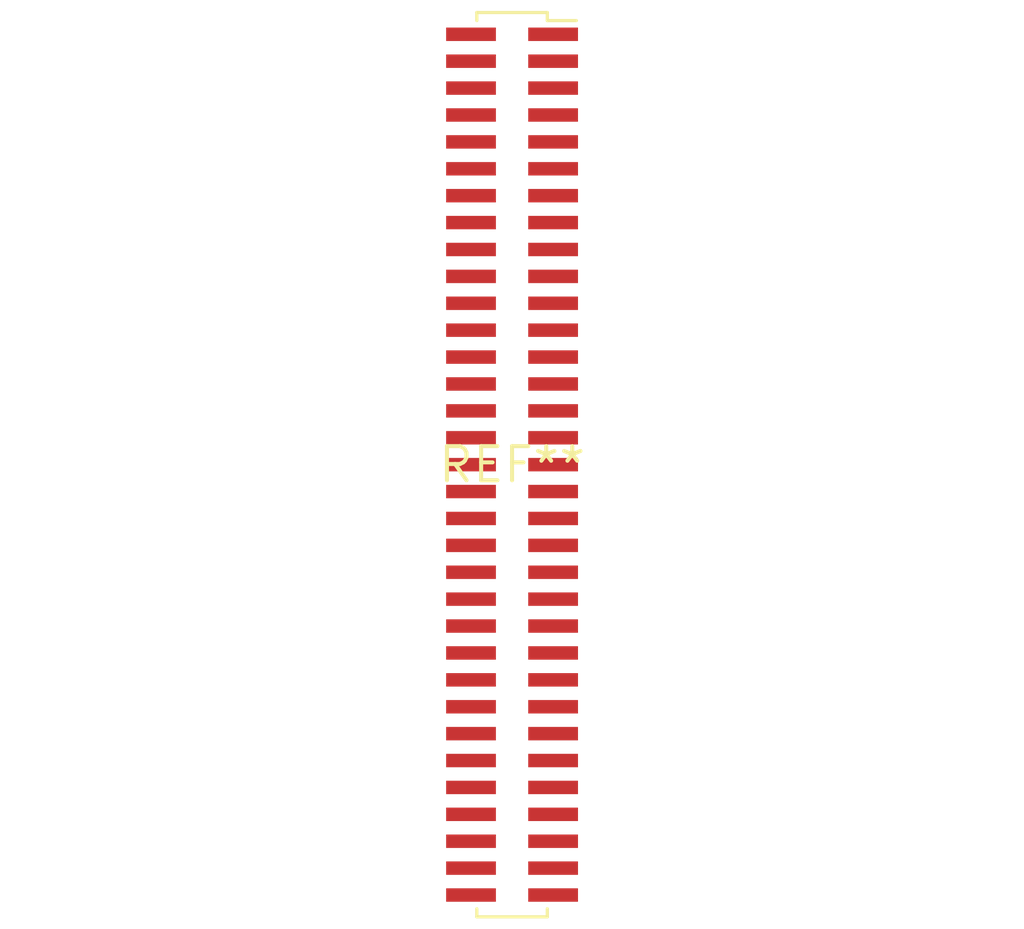
<source format=kicad_pcb>
(kicad_pcb (version 20240108) (generator pcbnew)
  (layers (0 "F.Cu" signal) (31 "B.Cu" signal) (34 "B.Paste" user) (35 "F.Paste" user) (36 "B.SilkS" user "B.Silkscreen") (37 "F.SilkS" user "F.Silkscreen") (38 "B.Mask" user) (39 "F.Mask" user) (44 "Edge.Cuts" user))
  (net 0 "")
  (footprint "PinSocket_2x33_P1.00mm_Vertical_SMD" (layer "F.Cu") (at 0 0)
    (property "Reference" "REF**")
    (property "Value" "PinSocket_2x33_P1.00mm_Vertical_SMD")
    (fp_line (start -1.31 -16.81) (end -1.31 -16.51) (layer "F.SilkS") (stroke (width 0.12)))
    (fp_line (start -1.31 -16.81) (end 1.31 -16.81) (layer "F.SilkS") (stroke (width 0.12)))
    (fp_line (start -1.31 16.51) (end -1.31 16.81) (layer "F.SilkS") (stroke (width 0.12)))
    (fp_line (start -1.31 16.81) (end 1.31 16.81) (layer "F.SilkS") (stroke (width 0.12)))
    (fp_line (start 1.31 -16.81) (end 1.31 -16.51) (layer "F.SilkS") (stroke (width 0.12)))
    (fp_line (start 1.31 -16.51) (end 2.39 -16.51) (layer "F.SilkS") (stroke (width 0.12)))
    (fp_line (start 1.31 16.51) (end 1.31 16.81) (layer "F.SilkS") (stroke (width 0.12)))
    (pad "1" smd rect (at 1.525 -16) (size 1.85 0.5) (layers "F.Cu" "F.Paste" "F.Mask"))
    (pad "2" smd rect (at -1.525 -16) (size 1.85 0.5) (layers "F.Cu" "F.Paste" "F.Mask"))
    (pad "3" smd rect (at 1.525 -15) (size 1.85 0.5) (layers "F.Cu" "F.Paste" "F.Mask"))
    (pad "4" smd rect (at -1.525 -15) (size 1.85 0.5) (layers "F.Cu" "F.Paste" "F.Mask"))
    (pad "5" smd rect (at 1.525 -14) (size 1.85 0.5) (layers "F.Cu" "F.Paste" "F.Mask"))
    (pad "6" smd rect (at -1.525 -14) (size 1.85 0.5) (layers "F.Cu" "F.Paste" "F.Mask"))
    (pad "7" smd rect (at 1.525 -13) (size 1.85 0.5) (layers "F.Cu" "F.Paste" "F.Mask"))
    (pad "8" smd rect (at -1.525 -13) (size 1.85 0.5) (layers "F.Cu" "F.Paste" "F.Mask"))
    (pad "9" smd rect (at 1.525 -12) (size 1.85 0.5) (layers "F.Cu" "F.Paste" "F.Mask"))
    (pad "10" smd rect (at -1.525 -12) (size 1.85 0.5) (layers "F.Cu" "F.Paste" "F.Mask"))
    (pad "11" smd rect (at 1.525 -11) (size 1.85 0.5) (layers "F.Cu" "F.Paste" "F.Mask"))
    (pad "12" smd rect (at -1.525 -11) (size 1.85 0.5) (layers "F.Cu" "F.Paste" "F.Mask"))
    (pad "13" smd rect (at 1.525 -10) (size 1.85 0.5) (layers "F.Cu" "F.Paste" "F.Mask"))
    (pad "14" smd rect (at -1.525 -10) (size 1.85 0.5) (layers "F.Cu" "F.Paste" "F.Mask"))
    (pad "15" smd rect (at 1.525 -9) (size 1.85 0.5) (layers "F.Cu" "F.Paste" "F.Mask"))
    (pad "16" smd rect (at -1.525 -9) (size 1.85 0.5) (layers "F.Cu" "F.Paste" "F.Mask"))
    (pad "17" smd rect (at 1.525 -8) (size 1.85 0.5) (layers "F.Cu" "F.Paste" "F.Mask"))
    (pad "18" smd rect (at -1.525 -8) (size 1.85 0.5) (layers "F.Cu" "F.Paste" "F.Mask"))
    (pad "19" smd rect (at 1.525 -7) (size 1.85 0.5) (layers "F.Cu" "F.Paste" "F.Mask"))
    (pad "20" smd rect (at -1.525 -7) (size 1.85 0.5) (layers "F.Cu" "F.Paste" "F.Mask"))
    (pad "21" smd rect (at 1.525 -6) (size 1.85 0.5) (layers "F.Cu" "F.Paste" "F.Mask"))
    (pad "22" smd rect (at -1.525 -6) (size 1.85 0.5) (layers "F.Cu" "F.Paste" "F.Mask"))
    (pad "23" smd rect (at 1.525 -5) (size 1.85 0.5) (layers "F.Cu" "F.Paste" "F.Mask"))
    (pad "24" smd rect (at -1.525 -5) (size 1.85 0.5) (layers "F.Cu" "F.Paste" "F.Mask"))
    (pad "25" smd rect (at 1.525 -4) (size 1.85 0.5) (layers "F.Cu" "F.Paste" "F.Mask"))
    (pad "26" smd rect (at -1.525 -4) (size 1.85 0.5) (layers "F.Cu" "F.Paste" "F.Mask"))
    (pad "27" smd rect (at 1.525 -3) (size 1.85 0.5) (layers "F.Cu" "F.Paste" "F.Mask"))
    (pad "28" smd rect (at -1.525 -3) (size 1.85 0.5) (layers "F.Cu" "F.Paste" "F.Mask"))
    (pad "29" smd rect (at 1.525 -2) (size 1.85 0.5) (layers "F.Cu" "F.Paste" "F.Mask"))
    (pad "30" smd rect (at -1.525 -2) (size 1.85 0.5) (layers "F.Cu" "F.Paste" "F.Mask"))
    (pad "31" smd rect (at 1.525 -1) (size 1.85 0.5) (layers "F.Cu" "F.Paste" "F.Mask"))
    (pad "32" smd rect (at -1.525 -1) (size 1.85 0.5) (layers "F.Cu" "F.Paste" "F.Mask"))
    (pad "33" smd rect (at 1.525 0) (size 1.85 0.5) (layers "F.Cu" "F.Paste" "F.Mask"))
    (pad "34" smd rect (at -1.525 0) (size 1.85 0.5) (layers "F.Cu" "F.Paste" "F.Mask"))
    (pad "35" smd rect (at 1.525 1) (size 1.85 0.5) (layers "F.Cu" "F.Paste" "F.Mask"))
    (pad "36" smd rect (at -1.525 1) (size 1.85 0.5) (layers "F.Cu" "F.Paste" "F.Mask"))
    (pad "37" smd rect (at 1.525 2) (size 1.85 0.5) (layers "F.Cu" "F.Paste" "F.Mask"))
    (pad "38" smd rect (at -1.525 2) (size 1.85 0.5) (layers "F.Cu" "F.Paste" "F.Mask"))
    (pad "39" smd rect (at 1.525 3) (size 1.85 0.5) (layers "F.Cu" "F.Paste" "F.Mask"))
    (pad "40" smd rect (at -1.525 3) (size 1.85 0.5) (layers "F.Cu" "F.Paste" "F.Mask"))
    (pad "41" smd rect (at 1.525 4) (size 1.85 0.5) (layers "F.Cu" "F.Paste" "F.Mask"))
    (pad "42" smd rect (at -1.525 4) (size 1.85 0.5) (layers "F.Cu" "F.Paste" "F.Mask"))
    (pad "43" smd rect (at 1.525 5) (size 1.85 0.5) (layers "F.Cu" "F.Paste" "F.Mask"))
    (pad "44" smd rect (at -1.525 5) (size 1.85 0.5) (layers "F.Cu" "F.Paste" "F.Mask"))
    (pad "45" smd rect (at 1.525 6) (size 1.85 0.5) (layers "F.Cu" "F.Paste" "F.Mask"))
    (pad "46" smd rect (at -1.525 6) (size 1.85 0.5) (layers "F.Cu" "F.Paste" "F.Mask"))
    (pad "47" smd rect (at 1.525 7) (size 1.85 0.5) (layers "F.Cu" "F.Paste" "F.Mask"))
    (pad "48" smd rect (at -1.525 7) (size 1.85 0.5) (layers "F.Cu" "F.Paste" "F.Mask"))
    (pad "49" smd rect (at 1.525 8) (size 1.85 0.5) (layers "F.Cu" "F.Paste" "F.Mask"))
    (pad "50" smd rect (at -1.525 8) (size 1.85 0.5) (layers "F.Cu" "F.Paste" "F.Mask"))
    (pad "51" smd rect (at 1.525 9) (size 1.85 0.5) (layers "F.Cu" "F.Paste" "F.Mask"))
    (pad "52" smd rect (at -1.525 9) (size 1.85 0.5) (layers "F.Cu" "F.Paste" "F.Mask"))
    (pad "53" smd rect (at 1.525 10) (size 1.85 0.5) (layers "F.Cu" "F.Paste" "F.Mask"))
    (pad "54" smd rect (at -1.525 10) (size 1.85 0.5) (layers "F.Cu" "F.Paste" "F.Mask"))
    (pad "55" smd rect (at 1.525 11) (size 1.85 0.5) (layers "F.Cu" "F.Paste" "F.Mask"))
    (pad "56" smd rect (at -1.525 11) (size 1.85 0.5) (layers "F.Cu" "F.Paste" "F.Mask"))
    (pad "57" smd rect (at 1.525 12) (size 1.85 0.5) (layers "F.Cu" "F.Paste" "F.Mask"))
    (pad "58" smd rect (at -1.525 12) (size 1.85 0.5) (layers "F.Cu" "F.Paste" "F.Mask"))
    (pad "59" smd rect (at 1.525 13) (size 1.85 0.5) (layers "F.Cu" "F.Paste" "F.Mask"))
    (pad "60" smd rect (at -1.525 13) (size 1.85 0.5) (layers "F.Cu" "F.Paste" "F.Mask"))
    (pad "61" smd rect (at 1.525 14) (size 1.85 0.5) (layers "F.Cu" "F.Paste" "F.Mask"))
    (pad "62" smd rect (at -1.525 14) (size 1.85 0.5) (layers "F.Cu" "F.Paste" "F.Mask"))
    (pad "63" smd rect (at 1.525 15) (size 1.85 0.5) (layers "F.Cu" "F.Paste" "F.Mask"))
    (pad "64" smd rect (at -1.525 15) (size 1.85 0.5) (layers "F.Cu" "F.Paste" "F.Mask"))
    (pad "65" smd rect (at 1.525 16) (size 1.85 0.5) (layers "F.Cu" "F.Paste" "F.Mask"))
    (pad "66" smd rect (at -1.525 16) (size 1.85 0.5) (layers "F.Cu" "F.Paste" "F.Mask"))
  )
)
</source>
